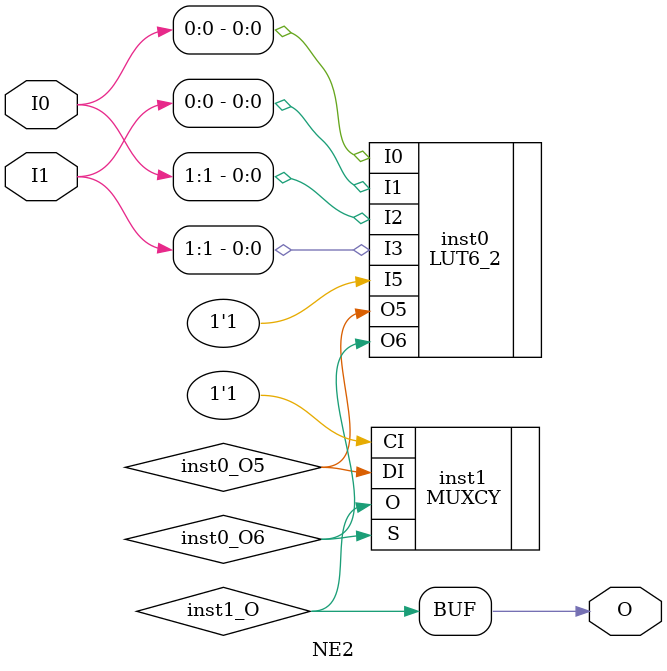
<source format=v>
module NE2 (input [1:0] I0, input [1:0] I1, output  O);
wire  inst0_O5;
wire  inst0_O6;
wire  inst1_O;
LUT6_2 #(.INIT(64'h6FF66FF66FF66FF6)) inst0 (.I0(I0[0]), .I1(I1[0]), .I2(I0[1]), .I3(I1[1]), .I5(1'b1), .O5(inst0_O5), .O6(inst0_O6));
MUXCY inst1 (.DI(inst0_O5), .CI(1'b1), .S(inst0_O6), .O(inst1_O));
assign O = inst1_O;
endmodule


</source>
